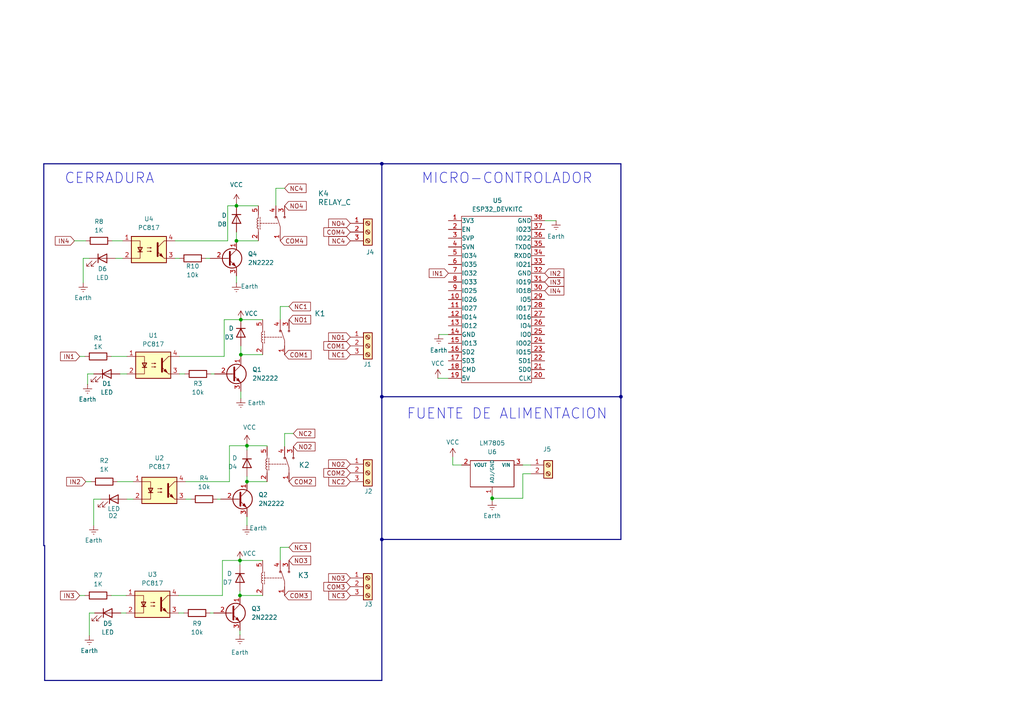
<source format=kicad_sch>
(kicad_sch (version 20231120) (generator "eeschema") (generator_version "8.0")
  (paper "A4")
  (lib_symbols
    (symbol "BJT:2N2222" (pin_names (offset 0) hide)
      (property "Reference" "Q" (at 2.54 1.905 0))
      (property "Value" "2N2222" (at 2.54 0 0))
      (symbol "2N2222_0_1"
        (circle (center -1.27 0) (radius 2.8194) (stroke (width 0.254)))
        (polyline (pts (xy -2.54 0) (xy -1.905 0)))
        (polyline (pts (xy -1.905 0.635) (xy 0 2.54)))
        (polyline (pts (xy -1.905 -0.635) (xy 0 -2.54) (xy 0 -2.54)))
        (polyline (pts (xy -1.905 1.905) (xy -1.905 -1.905) (xy -1.905 -1.905)) (stroke (width 0.508)))
        (polyline (pts (xy -1.27 -1.778) (xy -0.762 -1.27) (xy -0.254 -2.286) (xy -1.27 -1.778) (xy -1.27 -1.778)) (fill (type outline)))
      )
      (symbol "2N2222_1_1"
        (pin passive line (at 0 5.08 270) (length 2.54) (name "C") (number "1"))
        (pin input line (at -7.62 0 0) (length 5.08) (name "B") (number "2"))
        (pin passive line (at 0 -5.08 90) (length 2.54) (name "E") (number "3"))
      )
    )
    (symbol "Connector:Screw_Terminal_01x02" (pin_names (offset 1.016) hide)
      (property "Reference" "J" (at 0 2.54 0))
      (property "Value" "Screw_Terminal_01x02" (at 0 -5.08 0))
      (symbol "Screw_Terminal_01x02_1_1"
        (rectangle (start -1.27 1.27) (end 1.27 -3.81) (stroke (width 0.254)) (fill (type background)))
        (circle (center 0 -2.54) (radius 0.635) (stroke (width 0.1524)))
        (polyline (pts (xy -0.5334 -2.2098) (xy 0.3302 -3.048)) (stroke (width 0.1524)))
        (polyline (pts (xy -0.5334 0.3302) (xy 0.3302 -0.508)) (stroke (width 0.1524)))
        (polyline (pts (xy -0.3556 -2.032) (xy 0.508 -2.8702)) (stroke (width 0.1524)))
        (polyline (pts (xy -0.3556 0.508) (xy 0.508 -0.3302)) (stroke (width 0.1524)))
        (circle (center 0 0) (radius 0.635) (stroke (width 0.1524)))
        (pin passive line (at -5.08 0 0) (length 3.81) (name "Pin_1") (number "1"))
        (pin passive line (at -5.08 -2.54 0) (length 3.81) (name "Pin_2") (number "2"))
      )
    )
    (symbol "Connector:Screw_Terminal_01x03" (pin_names (offset 1.016) hide)
      (property "Reference" "J" (at 0 5.08 0))
      (property "Value" "Screw_Terminal_01x03" (at 0 -5.08 0))
      (symbol "Screw_Terminal_01x03_1_1"
        (rectangle (start -1.27 3.81) (end 1.27 -3.81) (stroke (width 0.254)) (fill (type background)))
        (circle (center 0 -2.54) (radius 0.635) (stroke (width 0.1524)))
        (polyline (pts (xy -0.5334 -2.2098) (xy 0.3302 -3.048)) (stroke (width 0.1524)))
        (polyline (pts (xy -0.5334 0.3302) (xy 0.3302 -0.508)) (stroke (width 0.1524)))
        (polyline (pts (xy -0.5334 2.8702) (xy 0.3302 2.032)) (stroke (width 0.1524)))
        (polyline (pts (xy -0.3556 -2.032) (xy 0.508 -2.8702)) (stroke (width 0.1524)))
        (polyline (pts (xy -0.3556 0.508) (xy 0.508 -0.3302)) (stroke (width 0.1524)))
        (polyline (pts (xy -0.3556 3.048) (xy 0.508 2.2098)) (stroke (width 0.1524)))
        (circle (center 0 0) (radius 0.635) (stroke (width 0.1524)))
        (circle (center 0 2.54) (radius 0.635) (stroke (width 0.1524)))
        (pin passive line (at -5.08 2.54 0) (length 3.81) (name "Pin_1") (number "1"))
        (pin passive line (at -5.08 0 0) (length 3.81) (name "Pin_2") (number "2"))
        (pin passive line (at -5.08 -2.54 0) (length 3.81) (name "Pin_3") (number "3"))
      )
    )
    (symbol "Device:D" (pin_numbers hide) (pin_names (offset 1.016) hide)
      (property "Reference" "D" (at 0 2.54 0))
      (property "Value" "D" (at 0 -2.54 0))
      (symbol "D_0_1"
        (polyline (pts (xy -1.27 1.27) (xy -1.27 -1.27)) (stroke (width 0.254)))
        (polyline (pts (xy 1.27 0) (xy -1.27 0)))
        (polyline (pts (xy 1.27 1.27) (xy 1.27 -1.27) (xy -1.27 0) (xy 1.27 1.27)) (stroke (width 0.254)))
      )
      (symbol "D_1_1"
        (pin passive line (at -3.81 0 0) (length 2.54) (name "K") (number "1"))
        (pin passive line (at 3.81 0 180) (length 2.54) (name "A") (number "2"))
      )
    )
    (symbol "Device:LED" (pin_numbers hide) (pin_names (offset 1.016) hide)
      (property "Reference" "D" (at 0 2.54 0))
      (property "Value" "LED" (at 0 -2.54 0))
      (symbol "LED_0_1"
        (polyline (pts (xy -1.27 -1.27) (xy -1.27 1.27)) (stroke (width 0.254)))
        (polyline (pts (xy -1.27 0) (xy 1.27 0)))
        (polyline (pts (xy 1.27 -1.27) (xy 1.27 1.27) (xy -1.27 0) (xy 1.27 -1.27)) (stroke (width 0.254)))
        (polyline (pts (xy -3.048 -0.762) (xy -4.572 -2.286) (xy -3.81 -2.286) (xy -4.572 -2.286) (xy -4.572 -1.524)))
        (polyline (pts (xy -1.778 -0.762) (xy -3.302 -2.286) (xy -2.54 -2.286) (xy -3.302 -2.286) (xy -3.302 -1.524)))
      )
      (symbol "LED_1_1"
        (pin passive line (at -3.81 0 0) (length 2.54) (name "K") (number "1"))
        (pin passive line (at 3.81 0 180) (length 2.54) (name "A") (number "2"))
      )
    )
    (symbol "Device:R" (pin_numbers hide) (pin_names (offset 0))
      (property "Reference" "R" (at 2.032 0 90))
      (property "Value" "R" (at 0 0 90))
      (symbol "R_0_1"
        (rectangle (start -1.016 -2.54) (end 1.016 2.54) (stroke (width 0.254)))
      )
      (symbol "R_1_1"
        (pin passive line (at 0 3.81 270) (length 1.27) (name "~") (number "1"))
        (pin passive line (at 0 -3.81 90) (length 1.27) (name "~") (number "2"))
      )
    )
    (symbol "EESTN5:ESP32_DEVKITC" (pin_names (offset 0.0254))
      (property "Reference" "U" (at 0 25.4 0))
      (property "Value" "ESP32_DEVKITC" (at 0 -25.4 0))
      (symbol "ESP32_DEVKITC_0_1"
        (rectangle (start -10.16 24.13) (end 10.16 -24.13))
      )
      (symbol "ESP32_DEVKITC_1_1"
        (pin passive line (at -13.97 22.86 0) (length 3.81) (name "3V3") (number "1"))
        (pin passive line (at -13.97 0 0) (length 3.81) (name "IO26") (number "10"))
        (pin passive line (at -13.97 -2.54 0) (length 3.81) (name "IO27") (number "11"))
        (pin passive line (at -13.97 -5.08 0) (length 3.81) (name "IO14") (number "12"))
        (pin passive line (at -13.97 -7.62 0) (length 3.81) (name "IO12") (number "13"))
        (pin passive line (at -13.97 -10.16 0) (length 3.81) (name "GND") (number "14"))
        (pin passive line (at -13.97 -12.7 0) (length 3.81) (name "IO13") (number "15"))
        (pin passive line (at -13.97 -15.24 0) (length 3.81) (name "SD2") (number "16"))
        (pin passive line (at -13.97 -17.78 0) (length 3.81) (name "SD3") (number "17"))
        (pin passive line (at -13.97 -20.32 0) (length 3.81) (name "CMD") (number "18"))
        (pin passive line (at -13.97 -22.86 0) (length 3.81) (name "5V") (number "19"))
        (pin passive line (at -13.97 20.32 0) (length 3.81) (name "EN") (number "2"))
        (pin passive line (at 13.97 -22.86 180) (length 3.81) (name "CLK") (number "20"))
        (pin passive line (at 13.97 -20.32 180) (length 3.81) (name "SD0") (number "21"))
        (pin passive line (at 13.97 -17.78 180) (length 3.81) (name "SD1") (number "22"))
        (pin passive line (at 13.97 -15.24 180) (length 3.81) (name "IO15") (number "23"))
        (pin passive line (at 13.97 -12.7 180) (length 3.81) (name "IO02") (number "24"))
        (pin passive line (at 13.97 -10.16 180) (length 3.81) (name "IO0") (number "25"))
        (pin passive line (at 13.97 -7.62 180) (length 3.81) (name "IO4") (number "26"))
        (pin passive line (at 13.97 -5.08 180) (length 3.81) (name "IO16") (number "27"))
        (pin passive line (at 13.97 -2.54 180) (length 3.81) (name "IO17") (number "28"))
        (pin passive line (at 13.97 0 180) (length 3.81) (name "IO5") (number "29"))
        (pin passive line (at -13.97 17.78 0) (length 3.81) (name "SVP") (number "3"))
        (pin passive line (at 13.97 2.54 180) (length 3.81) (name "IO18") (number "30"))
        (pin passive line (at 13.97 5.08 180) (length 3.81) (name "IO19") (number "31"))
        (pin passive line (at 13.97 7.62 180) (length 3.81) (name "GND") (number "32"))
        (pin passive line (at 13.97 10.16 180) (length 3.81) (name "IO21") (number "33"))
        (pin passive line (at 13.97 12.7 180) (length 3.81) (name "RXD0") (number "34"))
        (pin passive line (at 13.97 15.24 180) (length 3.81) (name "TXD0") (number "35"))
        (pin passive line (at 13.97 17.78 180) (length 3.81) (name "IO22") (number "36"))
        (pin passive line (at 13.97 20.32 180) (length 3.81) (name "IO23") (number "37"))
        (pin passive line (at 13.97 22.86 180) (length 3.81) (name "GND") (number "38"))
        (pin passive line (at -13.97 15.24 0) (length 3.81) (name "SVN") (number "4"))
        (pin passive line (at -13.97 12.7 0) (length 3.81) (name "IO34") (number "5"))
        (pin passive line (at -13.97 10.16 0) (length 3.81) (name "IO35") (number "6"))
        (pin passive line (at -13.97 7.62 0) (length 3.81) (name "IO32") (number "7"))
        (pin passive line (at -13.97 5.08 0) (length 3.81) (name "IO33") (number "8"))
        (pin passive line (at -13.97 2.54 0) (length 3.81) (name "IO25") (number "9"))
      )
    )
    (symbol "EESTN5:RELAY_C" (pin_names (offset 1.016))
      (property "Reference" "K" (at 0 6.35 0))
      (property "Value" "RELAY_C" (at 0 -5.969 0))
      (symbol "RELAY_C_0_1"
        (arc (start -0.762 3.81) (mid -1.143 4.191) (end -1.524 3.81))
        (polyline (pts (xy -1.778 3.302) (xy -1.27 3.302) (xy -1.27 3.302)))
        (polyline (pts (xy -1.524 -2.54) (xy -2.54 -2.54) (xy -2.54 -2.54)))
        (polyline (pts (xy -1.524 3.81) (xy -2.54 3.81) (xy -2.54 3.81)))
        (polyline (pts (xy -1.016 3.302) (xy -0.508 3.302) (xy -0.508 3.302)))
        (polyline (pts (xy -0.254 3.302) (xy 0.254 3.302) (xy 0.254 3.302)))
        (polyline (pts (xy 0 -1.27) (xy 0 -1.778) (xy 0 -1.778)))
        (polyline (pts (xy 0 -0.508) (xy 0 -1.016) (xy 0 -1.016)))
        (polyline (pts (xy 0 0.254) (xy 0 -0.254) (xy 0 -0.254)))
        (polyline (pts (xy 0 1.016) (xy 0 0.508) (xy 0 0.508)))
        (polyline (pts (xy 0 1.778) (xy 0 1.27) (xy 0 1.27)))
        (polyline (pts (xy 0 2.54) (xy 0 2.032) (xy 0 2.032)))
        (polyline (pts (xy 0 3.302) (xy 0 2.794) (xy 0 2.794)))
        (polyline (pts (xy 0.508 3.302) (xy 1.016 3.302) (xy 1.016 3.302)))
        (polyline (pts (xy 1.27 3.302) (xy 1.778 3.302) (xy 1.778 3.302)))
        (polyline (pts (xy 1.524 3.81) (xy 2.54 3.81) (xy 2.54 3.81)))
        (polyline (pts (xy 2.54 -3.81) (xy 1.778 -3.81) (xy 1.778 -3.81)))
        (polyline (pts (xy 2.54 -1.27) (xy 1.778 -1.27) (xy 1.778 -1.27)))
        (polyline (pts (xy -1.524 -2.54) (xy -1.016 -2.54) (xy 2.032 -1.524) (xy 2.032 -1.524)))
        (arc (start 0 3.81) (mid -0.381 4.191) (end -0.762 3.81))
        (arc (start 0.762 3.81) (mid 0.381 4.191) (end 0 3.81))
        (arc (start 1.524 3.81) (mid 1.143 4.191) (end 0.762 3.81))
        (circle (center 1.778 -3.81) (radius 0.254))
        (circle (center 1.778 -1.27) (radius 0.254))
      )
      (symbol "RELAY_C_1_1"
        (pin passive line (at -5.08 -2.54 0) (length 2.54) (name "~") (number "1"))
        (pin passive line (at -5.08 3.81 0) (length 2.54) (name "~") (number "2"))
        (pin passive line (at 5.08 -3.81 180) (length 2.54) (name "~") (number "3"))
        (pin passive line (at 5.08 -1.27 180) (length 2.54) (name "~") (number "4"))
        (pin passive line (at 5.08 3.81 180) (length 2.54) (name "~") (number "5"))
      )
    )
    (symbol "Isolator:PC817" (pin_names (offset 1.016))
      (property "Reference" "U" (at -5.08 5.08 0))
      (property "Value" "PC817" (at 0 5.08 0))
      (symbol "PC817_0_1"
        (rectangle (start -5.08 3.81) (end 5.08 -3.81) (stroke (width 0.254)) (fill (type background)))
        (polyline (pts (xy -3.175 -0.635) (xy -1.905 -0.635)) (stroke (width 0.254)))
        (polyline (pts (xy 2.54 0.635) (xy 4.445 2.54)))
        (polyline (pts (xy 4.445 -2.54) (xy 2.54 -0.635)) (fill (type outline)))
        (polyline (pts (xy 4.445 -2.54) (xy 5.08 -2.54)))
        (polyline (pts (xy 4.445 2.54) (xy 5.08 2.54)))
        (polyline (pts (xy -5.08 2.54) (xy -2.54 2.54) (xy -2.54 -0.635)))
        (polyline (pts (xy -2.54 -0.635) (xy -2.54 -2.54) (xy -5.08 -2.54)))
        (polyline (pts (xy 2.54 1.905) (xy 2.54 -1.905) (xy 2.54 -1.905)) (stroke (width 0.508)))
        (polyline (pts (xy -2.54 -0.635) (xy -3.175 0.635) (xy -1.905 0.635) (xy -2.54 -0.635)) (stroke (width 0.254)))
        (polyline (pts (xy -0.508 -0.508) (xy 0.762 -0.508) (xy 0.381 -0.635) (xy 0.381 -0.381) (xy 0.762 -0.508)))
        (polyline (pts (xy -0.508 0.508) (xy 0.762 0.508) (xy 0.381 0.381) (xy 0.381 0.635) (xy 0.762 0.508)))
        (polyline (pts (xy 3.048 -1.651) (xy 3.556 -1.143) (xy 4.064 -2.159) (xy 3.048 -1.651) (xy 3.048 -1.651)) (fill (type outline)))
      )
      (symbol "PC817_1_1"
        (pin passive line (at -7.62 2.54 0) (length 2.54) (name "~") (number "1"))
        (pin passive line (at -7.62 -2.54 0) (length 2.54) (name "~") (number "2"))
        (pin passive line (at 7.62 -2.54 180) (length 2.54) (name "~") (number "3"))
        (pin passive line (at 7.62 2.54 180) (length 2.54) (name "~") (number "4"))
      )
    )
    (symbol "MacroLib:LM78XX" (pin_names (offset 1.016))
      (property "Reference" "U" (at 0 6.985 0))
      (property "Value" "LM78XX" (at 0.127 5.08 0))
      (symbol "LM78XX_1_1"
        (rectangle (start -6.35 3.81) (end 6.35 -3.81))
        (rectangle (start -6.35 3.81) (end 6.35 -3.81))
        (pin input line (at 0 -6.35 90) (length 2.54) (name "ADJ/GND") (number "1"))
        (pin input line (at 8.89 2.54 180) (length 2.54) (name "VOUT") (number "2"))
        (pin input line (at 8.89 2.54 180) (length 2.54) (name "VOUT") (number "2"))
        (pin input line (at -8.89 2.54 0) (length 2.54) (name "VIN") (number "3"))
        (pin input line (at -8.89 2.54 0) (length 2.54) (name "VIN") (number "3"))
      )
    )
    (symbol "power:Earth" (power) (pin_numbers hide) (pin_names (offset 0) hide)
      (property "Value" "Earth" (at 0 -3.81 0))
      (symbol "Earth_0_1"
        (polyline (pts (xy -0.635 -1.905) (xy 0.635 -1.905)))
        (polyline (pts (xy -0.127 -2.54) (xy 0.127 -2.54)))
        (polyline (pts (xy 0 -1.27) (xy 0 0)))
        (polyline (pts (xy 1.27 -1.27) (xy -1.27 -1.27)))
      )
      (symbol "Earth_1_1"
        (pin power_in line (at 0 0 270) (length 0) (name "~") (number "1"))
      )
    )
    (symbol "power:VCC" (power) (pin_numbers hide) (pin_names (offset 0) hide)
      (property "Value" "VCC" (at 0 3.556 0))
      (symbol "VCC_0_1"
        (polyline (pts (xy -0.762 1.27) (xy 0 2.54)))
        (polyline (pts (xy 0 0) (xy 0 2.54)))
        (polyline (pts (xy 0 2.54) (xy 0.762 1.27)))
      )
      (symbol "VCC_1_1"
        (pin power_in line (at 0 0 90) (length 0) (name "~") (number "1"))
      )
    )
  )
  (junction (at 71.628 139.7))
  (junction (at 180.086 115.062))
  (junction (at 69.596 172.72))
  (junction (at 69.85 92.71))
  (junction (at 68.58 69.85))
  (junction (at 142.748 144.526))
  (junction (at 69.596 162.56))
  (junction (at 68.58 59.69))
  (junction (at 69.85 102.87))
  (junction (at 110.744 115.062))
  (junction (at 110.744 156.464))
  (junction (at 71.628 129.286))
  (junction (at 110.744 47.498))
  (wire (pts (xy 64.516 162.56) (xy 69.596 162.56)))
  (bus (pts (xy 110.744 47.498) (xy 110.744 115.062)))
  (wire (pts (xy 25.4 108.458) (xy 27.178 108.458)))
  (wire (pts (xy 69.596 162.56) (xy 76.2 162.56)))
  (wire (pts (xy 27.178 152.4) (xy 27.178 144.78)))
  (wire (pts (xy 66.548 129.286) (xy 71.628 129.286)))
  (bus (pts (xy 110.744 197.358) (xy 12.954 197.358)))
  (wire (pts (xy 24.13 74.93) (xy 24.13 82.042)))
  (wire (pts (xy 21.59 69.85) (xy 24.892 69.85)))
  (wire (pts (xy 82.55 129.54) (xy 82.55 125.73)))
  (wire (pts (xy 81.28 158.75) (xy 81.28 162.56)))
  (wire (pts (xy 142.748 143.764) (xy 142.748 144.526)))
  (wire (pts (xy 62.992 144.78) (xy 64.008 144.78)))
  (wire (pts (xy 68.58 80.01) (xy 68.58 82.042)))
  (wire (pts (xy 23.114 103.378) (xy 24.638 103.378)))
  (wire (pts (xy 66.548 139.7) (xy 66.548 129.286)))
  (wire (pts (xy 36.83 144.78) (xy 38.608 144.78)))
  (bus (pts (xy 180.086 115.062) (xy 180.086 156.464)))
  (bus (pts (xy 180.086 47.498) (xy 180.086 115.062)))
  (wire (pts (xy 33.528 74.93) (xy 35.56 74.93)))
  (wire (pts (xy 27.432 177.8) (xy 25.908 177.8)))
  (wire (pts (xy 77.47 129.286) (xy 71.628 129.286)))
  (wire (pts (xy 34.798 108.458) (xy 36.83 108.458)))
  (wire (pts (xy 133.858 134.874) (xy 131.318 134.874)))
  (wire (pts (xy 151.638 144.526) (xy 142.748 144.526)))
  (wire (pts (xy 151.638 134.874) (xy 153.924 134.874)))
  (wire (pts (xy 71.628 149.86) (xy 71.628 152.4)))
  (wire (pts (xy 131.318 134.874) (xy 131.318 132.588)))
  (wire (pts (xy 82.55 125.73) (xy 85.09 125.73)))
  (wire (pts (xy 80.01 54.61) (xy 82.55 54.61)))
  (wire (pts (xy 71.628 138.176) (xy 71.628 139.7)))
  (wire (pts (xy 77.47 129.54) (xy 77.47 129.286)))
  (bus (pts (xy 110.744 47.498) (xy 180.086 47.498)))
  (wire (pts (xy 69.85 113.538) (xy 69.85 115.57)))
  (wire (pts (xy 151.638 137.414) (xy 153.924 137.414)))
  (wire (pts (xy 51.816 172.72) (xy 64.516 172.72)))
  (wire (pts (xy 69.596 172.72) (xy 76.2 172.72)))
  (wire (pts (xy 23.114 172.72) (xy 24.638 172.72)))
  (wire (pts (xy 59.69 74.93) (xy 60.96 74.93)))
  (wire (pts (xy 142.748 144.526) (xy 142.748 145.288)))
  (wire (pts (xy 50.8 74.93) (xy 52.07 74.93)))
  (wire (pts (xy 51.816 177.8) (xy 53.34 177.8)))
  (wire (pts (xy 68.58 67.31) (xy 68.58 69.85)))
  (wire (pts (xy 69.596 163.83) (xy 69.596 162.56)))
  (wire (pts (xy 69.85 102.87) (xy 69.85 103.378)))
  (wire (pts (xy 65.024 92.71) (xy 69.85 92.71)))
  (wire (pts (xy 71.628 128.778) (xy 71.628 129.286)))
  (wire (pts (xy 127.254 97.028) (xy 130.048 97.028)))
  (wire (pts (xy 69.85 100.33) (xy 69.85 102.87)))
  (wire (pts (xy 61.214 108.458) (xy 62.23 108.458)))
  (bus (pts (xy 180.086 115.062) (xy 110.744 115.062)))
  (wire (pts (xy 66.04 69.85) (xy 66.04 59.69)))
  (wire (pts (xy 27.178 144.78) (xy 29.21 144.78)))
  (wire (pts (xy 25.908 74.93) (xy 24.13 74.93)))
  (wire (pts (xy 24.892 139.7) (xy 26.416 139.7)))
  (wire (pts (xy 69.85 102.87) (xy 76.2 102.87)))
  (wire (pts (xy 161.29 64.008) (xy 157.988 64.008)))
  (wire (pts (xy 32.512 69.85) (xy 35.56 69.85)))
  (bus (pts (xy 12.7 47.498) (xy 12.7 158.242)))
  (wire (pts (xy 127 109.728) (xy 130.048 109.728)))
  (bus (pts (xy 12.954 158.242) (xy 12.954 197.358)))
  (wire (pts (xy 81.28 158.75) (xy 83.82 158.75)))
  (wire (pts (xy 50.8 69.85) (xy 66.04 69.85)))
  (wire (pts (xy 25.4 111.506) (xy 25.4 108.458)))
  (wire (pts (xy 69.596 182.88) (xy 69.596 184.15)))
  (wire (pts (xy 60.96 177.8) (xy 61.976 177.8)))
  (wire (pts (xy 81.28 92.71) (xy 81.28 88.9)))
  (wire (pts (xy 34.036 139.7) (xy 38.608 139.7)))
  (wire (pts (xy 52.07 108.458) (xy 53.594 108.458)))
  (wire (pts (xy 68.58 58.928) (xy 68.58 59.69)))
  (wire (pts (xy 151.638 137.414) (xy 151.638 144.526)))
  (wire (pts (xy 64.516 172.72) (xy 64.516 162.56)))
  (wire (pts (xy 69.85 92.71) (xy 76.2 92.71)))
  (wire (pts (xy 80.01 59.69) (xy 80.01 54.61)))
  (wire (pts (xy 32.258 172.72) (xy 36.576 172.72)))
  (wire (pts (xy 25.908 177.8) (xy 25.908 184.404)))
  (wire (pts (xy 66.04 59.69) (xy 68.58 59.69)))
  (wire (pts (xy 71.628 139.7) (xy 77.47 139.7)))
  (bus (pts (xy 12.7 47.498) (xy 110.744 47.498)))
  (wire (pts (xy 65.024 103.378) (xy 65.024 92.71)))
  (wire (pts (xy 53.848 144.78) (xy 55.372 144.78)))
  (wire (pts (xy 32.258 103.378) (xy 36.83 103.378)))
  (bus (pts (xy 12.7 158.242) (xy 12.954 158.242)))
  (wire (pts (xy 35.052 177.8) (xy 36.576 177.8)))
  (wire (pts (xy 69.596 171.45) (xy 69.596 172.72)))
  (bus (pts (xy 110.744 115.062) (xy 110.744 156.464)))
  (wire (pts (xy 68.58 69.85) (xy 74.93 69.85)))
  (wire (pts (xy 81.28 88.9) (xy 83.82 88.9)))
  (wire (pts (xy 53.848 139.7) (xy 66.548 139.7)))
  (bus (pts (xy 180.086 156.464) (xy 110.744 156.464)))
  (bus (pts (xy 110.744 156.464) (xy 110.744 197.358)))
  (wire (pts (xy 68.58 59.69) (xy 74.93 59.69)))
  (wire (pts (xy 71.628 130.556) (xy 71.628 129.286)))
  (wire (pts (xy 52.07 103.378) (xy 65.024 103.378)))
  (text "CERRADURA" (at 31.75 51.816 0) (effects (font (size 3 3))))
  (text "FUENTE DE ALIMENTACION" (at 147.066 120.142 0) (effects (font (size 3 3))))
  (text "MICRO-CONTROLADOR" (at 147.066 51.816 0) (effects (font (size 3 3))))
  (global_label "COM2" (shape input) (at 83.82 139.7 0) (property "Intersheetrefs" "${INTERSHEET_REFS}" (effects (hide yes))))
  (global_label "NO4" (shape input) (at 82.55 59.69 0) (property "Intersheetrefs" "${INTERSHEET_REFS}" (effects (hide yes))))
  (global_label "IN1" (shape input) (at 130.048 79.248 180) (property "Intersheetrefs" "${INTERSHEET_REFS}" (effects (hide yes))))
  (global_label "NO2" (shape input) (at 85.09 129.54 0) (property "Intersheetrefs" "${INTERSHEET_REFS}" (effects (hide yes))))
  (global_label "IN4" (shape input) (at 21.59 69.85 180) (property "Intersheetrefs" "${INTERSHEET_REFS}" (effects (hide yes))))
  (global_label "COM3" (shape input) (at 101.6 170.18 180) (property "Intersheetrefs" "${INTERSHEET_REFS}" (effects (hide yes))))
  (global_label "NC3" (shape input) (at 83.82 158.75 0) (property "Intersheetrefs" "${INTERSHEET_REFS}" (effects (hide yes))))
  (global_label "COM4" (shape input) (at 81.28 69.85 0) (property "Intersheetrefs" "${INTERSHEET_REFS}" (effects (hide yes))))
  (global_label "NO3" (shape input) (at 101.6 167.64 180) (property "Intersheetrefs" "${INTERSHEET_REFS}" (effects (hide yes))))
  (global_label "NO2" (shape input) (at 101.6 134.62 180) (property "Intersheetrefs" "${INTERSHEET_REFS}" (effects (hide yes))))
  (global_label "COM4" (shape input) (at 101.6 67.31 180) (property "Intersheetrefs" "${INTERSHEET_REFS}" (effects (hide yes))))
  (global_label "COM1" (shape input) (at 82.55 102.87 0) (property "Intersheetrefs" "${INTERSHEET_REFS}" (effects (hide yes))))
  (global_label "IN3" (shape input) (at 157.988 81.788 0) (property "Intersheetrefs" "${INTERSHEET_REFS}" (effects (hide yes))))
  (global_label "NC4" (shape input) (at 82.55 54.61 0) (property "Intersheetrefs" "${INTERSHEET_REFS}" (effects (hide yes))))
  (global_label "COM2" (shape input) (at 101.6 137.16 180) (property "Intersheetrefs" "${INTERSHEET_REFS}" (effects (hide yes))))
  (global_label "IN3" (shape input) (at 23.114 172.72 180) (property "Intersheetrefs" "${INTERSHEET_REFS}" (effects (hide yes))))
  (global_label "COM1" (shape input) (at 101.6 100.33 180) (property "Intersheetrefs" "${INTERSHEET_REFS}" (effects (hide yes))))
  (global_label "NC1" (shape input) (at 101.6 102.87 180) (property "Intersheetrefs" "${INTERSHEET_REFS}" (effects (hide yes))))
  (global_label "IN1" (shape input) (at 23.114 103.378 180) (property "Intersheetrefs" "${INTERSHEET_REFS}" (effects (hide yes))))
  (global_label "IN4" (shape input) (at 157.988 84.328 0) (property "Intersheetrefs" "${INTERSHEET_REFS}" (effects (hide yes))))
  (global_label "NO1" (shape input) (at 83.82 92.71 0) (property "Intersheetrefs" "${INTERSHEET_REFS}" (effects (hide yes))))
  (global_label "NC1" (shape input) (at 83.82 88.9 0) (property "Intersheetrefs" "${INTERSHEET_REFS}" (effects (hide yes))))
  (global_label "IN2" (shape input) (at 157.988 79.248 0) (property "Intersheetrefs" "${INTERSHEET_REFS}" (effects (hide yes))))
  (global_label "NC4" (shape input) (at 101.6 69.85 180) (property "Intersheetrefs" "${INTERSHEET_REFS}" (effects (hide yes))))
  (global_label "NC3" (shape input) (at 101.6 172.72 180) (property "Intersheetrefs" "${INTERSHEET_REFS}" (effects (hide yes))))
  (global_label "COM3" (shape input) (at 82.55 172.72 0) (property "Intersheetrefs" "${INTERSHEET_REFS}" (effects (hide yes))))
  (global_label "NC2" (shape input) (at 85.09 125.73 0) (property "Intersheetrefs" "${INTERSHEET_REFS}" (effects (hide yes))))
  (global_label "NO4" (shape input) (at 101.6 64.77 180) (property "Intersheetrefs" "${INTERSHEET_REFS}" (effects (hide yes))))
  (global_label "NC2" (shape input) (at 101.6 139.7 180) (property "Intersheetrefs" "${INTERSHEET_REFS}" (effects (hide yes))))
  (global_label "NO1" (shape input) (at 101.6 97.79 180) (property "Intersheetrefs" "${INTERSHEET_REFS}" (effects (hide yes))))
  (global_label "NO3" (shape input) (at 83.82 162.56 0) (property "Intersheetrefs" "${INTERSHEET_REFS}" (effects (hide yes))))
  (global_label "IN2" (shape input) (at 24.892 139.7 180) (property "Intersheetrefs" "${INTERSHEET_REFS}" (effects (hide yes))))
  (symbol (lib_id "Connector:Screw_Terminal_01x02") (at 159.004 134.874 0) (unit 1)
    (property "Reference" "J5" (at 157.48 130.302 0) (effects (justify left)))
    (property "Value" "Screw_Terminal_01x02" (effects (hide yes)))
    (property "Footprint" "TerminalBlock:TerminalBlock_Xinya_XY308-2.54-2P_1x02_P2.54mm_Horizontal" (effects (hide yes)))
    (property "Description" "Generic screw terminal, single row, 01x02, script generated (kicad-library-utils/schlib/autogen/connector/)" (effects (hide yes)))
  )
  (symbol (lib_id "Device:R") (at 59.182 144.78 90) (unit 1)
    (property "Reference" "R4" (at 59.182 138.684 90))
    (property "Value" "10k" (at 59.182 141.224 90))
    (property "Footprint" "Resistor_SMD:R_0805_2012Metric" (effects (hide yes)))
    (property "Description" "Resistor" (effects (hide yes)))
  )
  (symbol (lib_id "Device:R") (at 57.15 177.8 90) (unit 1)
    (property "Reference" "R9" (at 57.15 180.848 90))
    (property "Value" "10k" (at 57.15 183.388 90))
    (property "Footprint" "Resistor_SMD:R_0805_2012Metric" (effects (hide yes)))
    (property "Description" "Resistor" (effects (hide yes)))
  )
  (symbol (lib_id "power:Earth") (at 25.908 184.404 0) (unit 1)
    (property "Reference" "#PWR07" (effects (hide yes)))
    (property "Value" "Earth" (at 25.908 188.722 0))
    (property "Description" "Power symbol creates a global label with name \"Earth\"" (effects (hide yes)))
  )
  (symbol (lib_id "Connector:Screw_Terminal_01x03") (at 106.68 137.16 0) (unit 1)
    (property "Reference" "J2" (at 105.664 142.494 0) (effects (justify left)))
    (property "Value" "Screw_Terminal_01x03" (effects (hide yes)))
    (property "Footprint" "TerminalBlock:TerminalBlock_Xinya_XY308-2.54-3P_1x03_P2.54mm_Horizontal" (effects (hide yes)))
    (property "Description" "Generic screw terminal, single row, 01x03, script generated (kicad-library-utils/schlib/autogen/connector/)" (effects (hide yes)))
  )
  (symbol (lib_id "Device:R") (at 28.702 69.85 90) (unit 1)
    (property "Reference" "R8" (at 28.702 64.262 90))
    (property "Value" "1K" (at 28.702 66.802 90))
    (property "Footprint" "Resistor_SMD:R_0805_2012Metric" (effects (hide yes)))
    (property "Description" "Resistor" (effects (hide yes)))
  )
  (symbol (lib_id "power:Earth") (at 161.29 64.008 0) (mirror y) (unit 1)
    (property "Reference" "#PWR015" (effects (hide yes)))
    (property "Value" "Earth" (at 161.29 68.58 0))
    (property "Description" "Power symbol creates a global label with name \"Earth\"" (effects (hide yes)))
  )
  (symbol (lib_id "EESTN5:RELAY_C") (at 80.01 97.79 90) (unit 1)
    (property "Reference" "K1" (at 91.186 90.932 90) (effects (font (size 1.524 1.524)) (justify right)))
    (property "Value" "RELAY_C" (effects (hide yes)))
    (property "Footprint" "EESTN5:Relay_C" (effects (hide yes)))
  )
  (symbol (lib_id "Connector:Screw_Terminal_01x03") (at 106.68 100.33 0) (unit 1)
    (property "Reference" "J1" (at 105.41 105.664 0) (effects (justify left)))
    (property "Value" "Screw_Terminal_01x03" (effects (hide yes)))
    (property "Footprint" "TerminalBlock:TerminalBlock_Xinya_XY308-2.54-3P_1x03_P2.54mm_Horizontal" (effects (hide yes)))
    (property "Description" "Generic screw terminal, single row, 01x03, script generated (kicad-library-utils/schlib/autogen/connector/)" (effects (hide yes)))
  )
  (symbol (lib_id "Device:LED") (at 31.242 177.8 0) (unit 1)
    (property "Reference" "D5" (at 31.242 180.848 0))
    (property "Value" "LED" (at 31.242 183.388 0))
    (property "Footprint" "LED_SMD:LED_0805_2012Metric" (effects (hide yes)))
    (property "Description" "Light emitting diode" (effects (hide yes)))
  )
  (symbol (lib_id "Isolator:PC817") (at 44.45 105.918 0) (unit 1)
    (property "Reference" "U1" (at 44.45 97.282 0))
    (property "Value" "PC817" (at 44.45 99.822 0))
    (property "Footprint" "Package_DIP:DIP-4_W7.62mm" (effects (hide yes)))
    (property "Datasheet" "http://www.soselectronic.cz/a_info/resource/d/pc817.pdf" (effects (hide yes)))
    (property "Description" "DC Optocoupler, Vce 35V, CTR 50-300%, DIP-4" (effects (hide yes)))
  )
  (symbol (lib_id "Device:LED") (at 33.02 144.78 0) (unit 1)
    (property "Reference" "D2" (at 32.766 149.606 0))
    (property "Value" "LED" (at 33.02 147.574 0))
    (property "Footprint" "LED_SMD:LED_0805_2012Metric" (effects (hide yes)))
    (property "Description" "Light emitting diode" (effects (hide yes)))
  )
  (symbol (lib_id "Device:D") (at 69.596 167.64 270) (unit 1)
    (property "Reference" "D7" (at 67.31 168.91 90) (effects (justify right)))
    (property "Value" "D" (at 67.31 166.37 90) (effects (justify right)))
    (property "Footprint" "Diode_SMD:D_SMA" (effects (hide yes)))
    (property "Description" "Diode" (effects (hide yes)))
    (property "Sim.Device" "D" (effects (hide yes)))
    (property "Sim.Pins" "1=K 2=A" (effects (hide yes)))
  )
  (symbol (lib_id "Isolator:PC817") (at 44.196 175.26 0) (unit 1)
    (property "Reference" "U3" (at 44.196 166.624 0))
    (property "Value" "PC817" (at 44.196 169.164 0))
    (property "Footprint" "Package_DIP:DIP-4_W7.62mm" (effects (hide yes)))
    (property "Datasheet" "http://www.soselectronic.cz/a_info/resource/d/pc817.pdf" (effects (hide yes)))
    (property "Description" "DC Optocoupler, Vce 35V, CTR 50-300%, DIP-4" (effects (hide yes)))
  )
  (symbol (lib_id "Device:LED") (at 29.718 74.93 0) (unit 1)
    (property "Reference" "D6" (at 29.718 77.978 0))
    (property "Value" "LED" (at 29.718 80.518 0))
    (property "Footprint" "LED_SMD:LED_0805_2012Metric" (effects (hide yes)))
    (property "Description" "Light emitting diode" (effects (hide yes)))
  )
  (symbol (lib_id "power:Earth") (at 71.628 152.4 0) (unit 1)
    (property "Reference" "#PWR06" (effects (hide yes)))
    (property "Value" "Earth" (at 74.93 153.162 0))
    (property "Description" "Power symbol creates a global label with name \"Earth\"" (effects (hide yes)))
  )
  (symbol (lib_id "MacroLib:LM78XX") (at 142.748 137.414 0) (mirror y) (unit 1)
    (property "Reference" "U6" (at 142.748 131.064 0))
    (property "Value" "LM7805" (at 142.748 128.524 0))
    (property "Footprint" "Package_TO_SOT_SMD:ATPAK-2" (effects (hide yes)))
  )
  (symbol (lib_id "power:VCC") (at 127 109.728 0) (unit 1)
    (property "Reference" "#PWR016" (effects (hide yes)))
    (property "Value" "VCC" (at 127 105.41 0))
    (property "Description" "Power symbol creates a global label with name \"VCC\"" (effects (hide yes)))
  )
  (symbol (lib_id "Device:D") (at 68.58 63.5 270) (unit 1)
    (property "Reference" "D8" (at 65.786 65.024 90) (effects (justify right)))
    (property "Value" "D" (at 65.786 62.484 90) (effects (justify right)))
    (property "Footprint" "Diode_SMD:D_SMA" (effects (hide yes)))
    (property "Description" "Diode" (effects (hide yes)))
    (property "Sim.Device" "D" (effects (hide yes)))
    (property "Sim.Pins" "1=K 2=A" (effects (hide yes)))
  )
  (symbol (lib_id "power:Earth") (at 142.748 145.288 0) (unit 1)
    (property "Reference" "#PWR014" (effects (hide yes)))
    (property "Value" "Earth" (at 142.748 149.606 0))
    (property "Description" "Power symbol creates a global label with name \"Earth\"" (effects (hide yes)))
  )
  (symbol (lib_id "EESTN5:RELAY_C") (at 81.28 134.62 90) (unit 1)
    (property "Reference" "K2" (at 86.614 134.874 90) (effects (font (size 1.524 1.524)) (justify right)))
    (property "Value" "RELAY_C" (effects (hide yes)))
    (property "Footprint" "EESTN5:Relay_C" (effects (hide yes)))
  )
  (symbol (lib_id "power:Earth") (at 69.85 115.57 0) (unit 1)
    (property "Reference" "#PWR05" (effects (hide yes)))
    (property "Value" "Earth" (at 74.422 116.84 0))
    (property "Description" "Power symbol creates a global label with name \"Earth\"" (effects (hide yes)))
  )
  (symbol (lib_id "Isolator:PC817") (at 43.18 72.39 0) (unit 1)
    (property "Reference" "U4" (at 43.18 63.5 0))
    (property "Value" "PC817" (at 43.18 66.04 0))
    (property "Footprint" "Package_DIP:DIP-4_W7.62mm" (effects (hide yes)))
    (property "Datasheet" "http://www.soselectronic.cz/a_info/resource/d/pc817.pdf" (effects (hide yes)))
    (property "Description" "DC Optocoupler, Vce 35V, CTR 50-300%, DIP-4" (effects (hide yes)))
  )
  (symbol (lib_id "EESTN5:RELAY_C") (at 80.01 167.64 90) (unit 1)
    (property "Reference" "K3" (at 86.36 166.878 90) (effects (font (size 1.524 1.524)) (justify right)))
    (property "Value" "RELAY_C" (effects (hide yes)))
    (property "Footprint" "EESTN5:Relay_C" (effects (hide yes)))
  )
  (symbol (lib_id "Device:R") (at 55.88 74.93 90) (unit 1)
    (property "Reference" "R10" (at 55.88 77.216 90))
    (property "Value" "10k" (at 55.88 79.756 90))
    (property "Footprint" "Resistor_SMD:R_0805_2012Metric" (effects (hide yes)))
    (property "Description" "Resistor" (effects (hide yes)))
  )
  (symbol (lib_id "EESTN5:ESP32_DEVKITC") (at 144.018 86.868 0) (unit 1)
    (property "Reference" "U5" (at 144.272 58.166 0))
    (property "Value" "ESP32_DEVKITC" (at 144.272 60.706 0))
    (property "Footprint" "EESTN5:ESP32_DEVKITC" (effects (hide yes)))
    (property "Description" "ESP32-DEVKITC" (effects (hide yes)))
  )
  (symbol (lib_id "power:Earth") (at 69.596 184.15 0) (unit 1)
    (property "Reference" "#PWR011" (effects (hide yes)))
    (property "Value" "Earth" (at 69.596 189.23 0))
    (property "Description" "Power symbol creates a global label with name \"Earth\"" (effects (hide yes)))
  )
  (symbol (lib_id "Connector:Screw_Terminal_01x03") (at 106.68 67.31 0) (unit 1)
    (property "Reference" "J4" (at 106.172 73.152 0) (effects (justify left)))
    (property "Value" "CERRADURA" (effects (hide yes)))
    (property "Footprint" "TerminalBlock:TerminalBlock_Xinya_XY308-2.54-3P_1x03_P2.54mm_Horizontal" (effects (hide yes)))
    (property "Description" "Generic screw terminal, single row, 01x03, script generated (kicad-library-utils/schlib/autogen/connector/)" (effects (hide yes)))
  )
  (symbol (lib_id "BJT:2N2222") (at 68.58 74.93 0) (unit 1)
    (property "Reference" "Q4" (at 71.882 73.6599 0) (effects (justify left)))
    (property "Value" "2N2222" (at 71.882 76.1999 0) (effects (justify left)))
    (property "Footprint" "Package_TO_SOT_SMD:SOT-23" (effects (hide yes)))
    (property "Datasheet" "https://www.onsemi.com/pdf/datasheet/p2n2222a-d.pdf" (effects (hide yes)))
    (property "Description" "40V Vce, 0.6A Ic, NPN, Small Signal Transistor, TO-92" (effects (hide yes)))
  )
  (symbol (lib_id "Isolator:PC817") (at 46.228 142.24 0) (unit 1)
    (property "Reference" "U2" (at 46.228 132.842 0))
    (property "Value" "PC817" (at 46.228 135.382 0))
    (property "Footprint" "Package_DIP:DIP-4_W7.62mm" (effects (hide yes)))
    (property "Datasheet" "http://www.soselectronic.cz/a_info/resource/d/pc817.pdf" (effects (hide yes)))
    (property "Description" "DC Optocoupler, Vce 35V, CTR 50-300%, DIP-4" (effects (hide yes)))
  )
  (symbol (lib_id "power:VCC") (at 69.85 92.71 0) (unit 1)
    (property "Reference" "#PWR03" (effects (hide yes)))
    (property "Value" "VCC" (at 72.898 90.932 0))
    (property "Description" "Power symbol creates a global label with name \"VCC\"" (effects (hide yes)))
  )
  (symbol (lib_id "Connector:Screw_Terminal_01x03") (at 106.68 170.18 0) (unit 1)
    (property "Reference" "J3" (at 105.664 175.26 0) (effects (justify left)))
    (property "Value" "Screw_Terminal_01x03" (effects (hide yes)))
    (property "Footprint" "TerminalBlock:TerminalBlock_Xinya_XY308-2.54-3P_1x03_P2.54mm_Horizontal" (effects (hide yes)))
    (property "Description" "Generic screw terminal, single row, 01x03, script generated (kicad-library-utils/schlib/autogen/connector/)" (effects (hide yes)))
  )
  (symbol (lib_id "power:Earth") (at 27.178 152.4 0) (unit 1)
    (property "Reference" "#PWR02" (effects (hide yes)))
    (property "Value" "Earth" (at 27.178 156.718 0))
    (property "Description" "Power symbol creates a global label with name \"Earth\"" (effects (hide yes)))
  )
  (symbol (lib_id "Device:D") (at 69.85 96.52 270) (unit 1)
    (property "Reference" "D3" (at 67.818 97.79 90) (effects (justify right)))
    (property "Value" "D" (at 67.818 95.25 90) (effects (justify right)))
    (property "Footprint" "Diode_SMD:D_SMA" (effects (hide yes)))
    (property "Description" "Diode" (effects (hide yes)))
    (property "Sim.Device" "D" (effects (hide yes)))
    (property "Sim.Pins" "1=K 2=A" (effects (hide yes)))
  )
  (symbol (lib_id "Device:LED") (at 30.988 108.458 0) (unit 1)
    (property "Reference" "D1" (at 30.988 111.252 0))
    (property "Value" "LED" (at 30.988 113.792 0))
    (property "Footprint" "LED_SMD:LED_0805_2012Metric" (effects (hide yes)))
    (property "Description" "Light emitting diode" (effects (hide yes)))
  )
  (symbol (lib_id "BJT:2N2222") (at 71.628 144.78 0) (unit 1)
    (property "Reference" "Q2" (at 74.93 143.5099 0) (effects (justify left)))
    (property "Value" "2N2222" (at 74.93 146.0499 0) (effects (justify left)))
    (property "Footprint" "Package_TO_SOT_SMD:SOT-23" (effects (hide yes)))
    (property "Datasheet" "https://www.onsemi.com/pdf/datasheet/p2n2222a-d.pdf" (effects (hide yes)))
    (property "Description" "40V Vce, 0.6A Ic, NPN, Small Signal Transistor, TO-92" (effects (hide yes)))
  )
  (symbol (lib_id "power:VCC") (at 131.318 132.588 0) (unit 1)
    (property "Reference" "#PWR013" (effects (hide yes)))
    (property "Value" "VCC" (at 131.318 128.27 0))
    (property "Description" "Power symbol creates a global label with name \"VCC\"" (effects (hide yes)))
  )
  (symbol (lib_id "EESTN5:RELAY_C") (at 78.74 64.77 90) (unit 1)
    (property "Reference" "K4" (at 92.202 56.134 90) (effects (font (size 1.524 1.524)) (justify right)))
    (property "Value" "RELAY_C" (at 92.202 58.674 90) (effects (font (size 1.524 1.524)) (justify right)))
    (property "Footprint" "EESTN5:Relay_C" (effects (hide yes)))
  )
  (symbol (lib_id "BJT:2N2222") (at 69.596 177.8 0) (unit 1)
    (property "Reference" "Q3" (at 72.898 176.5299 0) (effects (justify left)))
    (property "Value" "2N2222" (at 72.898 179.0699 0) (effects (justify left)))
    (property "Footprint" "Package_TO_SOT_SMD:SOT-23" (effects (hide yes)))
    (property "Datasheet" "https://www.onsemi.com/pdf/datasheet/p2n2222a-d.pdf" (effects (hide yes)))
    (property "Description" "40V Vce, 0.6A Ic, NPN, Small Signal Transistor, TO-92" (effects (hide yes)))
  )
  (symbol (lib_id "Device:R") (at 28.448 103.378 90) (unit 1)
    (property "Reference" "R1" (at 28.448 98.044 90))
    (property "Value" "1K" (at 28.448 100.584 90))
    (property "Footprint" "Resistor_SMD:R_0805_2012Metric" (effects (hide yes)))
    (property "Description" "Resistor" (effects (hide yes)))
  )
  (symbol (lib_id "power:Earth") (at 24.13 82.042 0) (unit 1)
    (property "Reference" "#PWR08" (effects (hide yes)))
    (property "Value" "Earth" (at 24.13 86.36 0))
    (property "Description" "Power symbol creates a global label with name \"Earth\"" (effects (hide yes)))
  )
  (symbol (lib_id "Device:R") (at 57.404 108.458 90) (unit 1)
    (property "Reference" "R3" (at 57.404 111.252 90))
    (property "Value" "10k" (at 57.404 113.792 90))
    (property "Footprint" "Resistor_SMD:R_0805_2012Metric" (effects (hide yes)))
    (property "Description" "Resistor" (effects (hide yes)))
  )
  (symbol (lib_id "Device:R") (at 30.226 139.7 90) (unit 1)
    (property "Reference" "R2" (at 30.226 133.604 90))
    (property "Value" "1K" (at 30.226 136.144 90))
    (property "Footprint" "Resistor_SMD:R_0805_2012Metric" (effects (hide yes)))
    (property "Description" "Resistor" (effects (hide yes)))
  )
  (symbol (lib_id "power:VCC") (at 71.628 128.778 0) (unit 1)
    (property "Reference" "#PWR04" (effects (hide yes)))
    (property "Value" "VCC" (at 72.39 123.952 0))
    (property "Description" "Power symbol creates a global label with name \"VCC\"" (effects (hide yes)))
  )
  (symbol (lib_id "power:Earth") (at 25.4 111.506 0) (unit 1)
    (property "Reference" "#PWR01" (effects (hide yes)))
    (property "Value" "Earth" (at 25.4 115.824 0))
    (property "Description" "Power symbol creates a global label with name \"Earth\"" (effects (hide yes)))
  )
  (symbol (lib_id "power:Earth") (at 127.254 97.028 0) (mirror y) (unit 1)
    (property "Reference" "#PWR017" (effects (hide yes)))
    (property "Value" "Earth" (at 127.254 101.6 0))
    (property "Description" "Power symbol creates a global label with name \"Earth\"" (effects (hide yes)))
  )
  (symbol (lib_id "Device:D") (at 71.628 134.366 270) (unit 1)
    (property "Reference" "D4" (at 68.834 135.382 90) (effects (justify right)))
    (property "Value" "D" (at 68.834 132.842 90) (effects (justify right)))
    (property "Footprint" "Diode_SMD:D_SMA" (effects (hide yes)))
    (property "Description" "Diode" (effects (hide yes)))
    (property "Sim.Device" "D" (effects (hide yes)))
    (property "Sim.Pins" "1=K 2=A" (effects (hide yes)))
  )
  (symbol (lib_id "power:Earth") (at 68.58 82.042 0) (unit 1)
    (property "Reference" "#PWR012" (effects (hide yes)))
    (property "Value" "Earth" (at 72.39 83.058 0))
    (property "Description" "Power symbol creates a global label with name \"Earth\"" (effects (hide yes)))
  )
  (symbol (lib_id "power:VCC") (at 69.596 162.56 0) (unit 1)
    (property "Reference" "#PWR09" (effects (hide yes)))
    (property "Value" "VCC" (at 72.39 160.528 0))
    (property "Description" "Power symbol creates a global label with name \"VCC\"" (effects (hide yes)))
  )
  (symbol (lib_id "Device:R") (at 28.448 172.72 270) (unit 1)
    (property "Reference" "R7" (at 28.448 166.878 90))
    (property "Value" "1K" (at 28.448 169.418 90))
    (property "Footprint" "Resistor_SMD:R_0805_2012Metric" (effects (hide yes)))
    (property "Description" "Resistor" (effects (hide yes)))
  )
  (symbol (lib_id "BJT:2N2222") (at 69.85 108.458 0) (unit 1)
    (property "Reference" "Q1" (at 73.152 107.1879 0) (effects (justify left)))
    (property "Value" "2N2222" (at 73.152 109.7279 0) (effects (justify left)))
    (property "Footprint" "Package_TO_SOT_SMD:SOT-23" (effects (hide yes)))
    (property "Description" "40V Vce, 0.6A Ic, NPN, Small Signal Transistor, TO-92" (effects (hide yes)))
  )
  (symbol (lib_id "power:VCC") (at 68.58 58.928 0) (unit 1)
    (property "Reference" "#PWR010" (effects (hide yes)))
    (property "Value" "VCC" (at 68.58 53.594 0))
    (property "Description" "Power symbol creates a global label with name \"VCC\"" (effects (hide yes)))
  )
)
</source>
